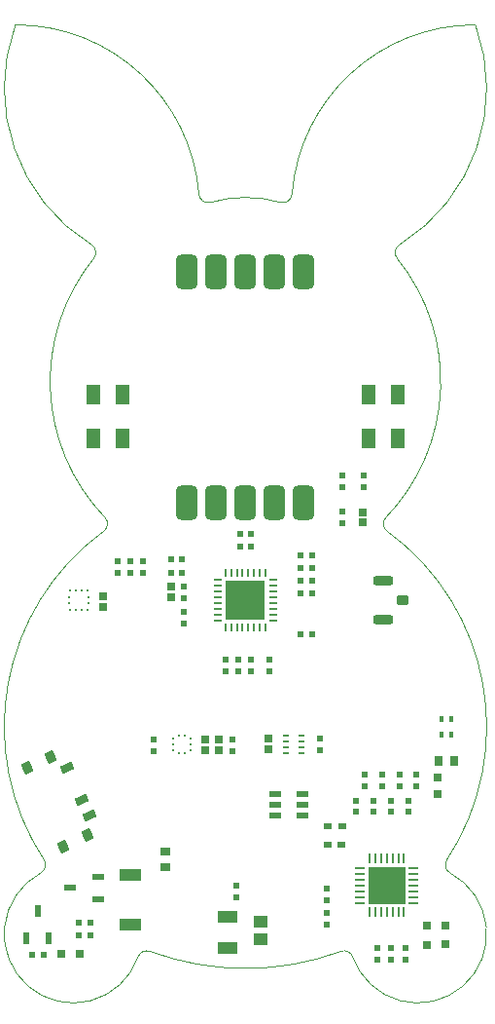
<source format=gtp>
G04*
G04 #@! TF.GenerationSoftware,Altium Limited,Altium Designer,24.2.2 (26)*
G04*
G04 Layer_Color=8421504*
%FSLAX25Y25*%
%MOIN*%
G70*
G04*
G04 #@! TF.SameCoordinates,A7374CB3-C572-496A-BD66-24450F52A8E5*
G04*
G04*
G04 #@! TF.FilePolarity,Positive*
G04*
G01*
G75*
%ADD10C,0.00394*%
G04:AMPARAMS|DCode=11|XSize=31.5mil|YSize=66.93mil|CornerRadius=7.87mil|HoleSize=0mil|Usage=FLASHONLY|Rotation=90.000|XOffset=0mil|YOffset=0mil|HoleType=Round|Shape=RoundedRectangle|*
%AMROUNDEDRECTD11*
21,1,0.03150,0.05118,0,0,90.0*
21,1,0.01575,0.06693,0,0,90.0*
1,1,0.01575,0.02559,0.00787*
1,1,0.01575,0.02559,-0.00787*
1,1,0.01575,-0.02559,-0.00787*
1,1,0.01575,-0.02559,0.00787*
%
%ADD11ROUNDEDRECTD11*%
G04:AMPARAMS|DCode=12|XSize=31.5mil|YSize=43.31mil|CornerRadius=7.87mil|HoleSize=0mil|Usage=FLASHONLY|Rotation=270.000|XOffset=0mil|YOffset=0mil|HoleType=Round|Shape=RoundedRectangle|*
%AMROUNDEDRECTD12*
21,1,0.03150,0.02756,0,0,270.0*
21,1,0.01575,0.04331,0,0,270.0*
1,1,0.01575,-0.01378,-0.00787*
1,1,0.01575,-0.01378,0.00787*
1,1,0.01575,0.01378,0.00787*
1,1,0.01575,0.01378,-0.00787*
%
%ADD12ROUNDEDRECTD12*%
%ADD13R,0.02362X0.02362*%
%ADD14R,0.02362X0.03937*%
%ADD15R,0.04331X0.02362*%
%ADD16R,0.02362X0.02362*%
%ADD17R,0.01083X0.00984*%
%ADD18R,0.00984X0.01083*%
%ADD19R,0.02520X0.02520*%
%ADD20R,0.03150X0.02362*%
%ADD21R,0.03937X0.02362*%
%ADD22R,0.07677X0.04331*%
G04:AMPARAMS|DCode=23|XSize=27.56mil|YSize=43.31mil|CornerRadius=0mil|HoleSize=0mil|Usage=FLASHONLY|Rotation=115.000|XOffset=0mil|YOffset=0mil|HoleType=Round|Shape=Rectangle|*
%AMROTATEDRECTD23*
4,1,4,0.02545,-0.00334,-0.01380,-0.02164,-0.02545,0.00334,0.01380,0.02164,0.02545,-0.00334,0.0*
%
%ADD23ROTATEDRECTD23*%

G04:AMPARAMS|DCode=24|XSize=39.37mil|YSize=31.5mil|CornerRadius=0mil|HoleSize=0mil|Usage=FLASHONLY|Rotation=115.000|XOffset=0mil|YOffset=0mil|HoleType=Round|Shape=Rectangle|*
%AMROTATEDRECTD24*
4,1,4,0.02259,-0.01119,-0.00595,-0.02450,-0.02259,0.01119,0.00595,0.02450,0.02259,-0.01119,0.0*
%
%ADD24ROTATEDRECTD24*%

%ADD25R,0.03543X0.03150*%
%ADD26R,0.05118X0.03937*%
%ADD27R,0.06693X0.04331*%
%ADD28R,0.03150X0.03150*%
%ADD29R,0.13583X0.13583*%
%ADD30R,0.12795X0.12795*%
%ADD31O,0.00984X0.03937*%
%ADD32O,0.03937X0.00984*%
%ADD33R,0.05000X0.07008*%
%ADD34R,0.03150X0.03543*%
%ADD35R,0.02756X0.02953*%
%ADD36R,0.01181X0.01968*%
%ADD37R,0.02362X0.00984*%
%ADD38R,0.01083X0.00984*%
%ADD39R,0.00984X0.01083*%
G04:AMPARAMS|DCode=40|XSize=74.8mil|YSize=118.11mil|CornerRadius=18.7mil|HoleSize=0mil|Usage=FLASHONLY|Rotation=0.000|XOffset=0mil|YOffset=0mil|HoleType=Round|Shape=RoundedRectangle|*
%AMROUNDEDRECTD40*
21,1,0.07480,0.08071,0,0,0.0*
21,1,0.03740,0.11811,0,0,0.0*
1,1,0.03740,0.01870,-0.04035*
1,1,0.03740,-0.01870,-0.04035*
1,1,0.03740,-0.01870,0.04035*
1,1,0.03740,0.01870,0.04035*
%
%ADD40ROUNDEDRECTD40*%
%ADD41R,0.00984X0.02756*%
%ADD42R,0.02756X0.00984*%
%ADD43R,0.03150X0.03150*%
D10*
X323529Y422418D02*
G03*
X324677Y426931I-1482J2779D01*
G01*
X345122Y539341D02*
G03*
X345538Y544077I-1851J2549D01*
G01*
X341703Y632690D02*
G03*
X345538Y544077I51998J-42139D01*
G01*
X345122Y539341D02*
G03*
X324677Y426931I48579J-66900D01*
G01*
X323529Y422418D02*
G03*
X356918Y393705I11116J-20843D01*
G01*
X441863Y544077D02*
G03*
X442279Y539341I2266J-2187D01*
G01*
X441863Y544077D02*
G03*
X445699Y632690I-48163J46474D01*
G01*
X462720Y426934D02*
G03*
X463873Y422411I2634J-1737D01*
G01*
X430485Y393705D02*
G03*
X463873Y422418I22273J7870D01*
G01*
X462725Y426931D02*
G03*
X442279Y539341I-69024J45510D01*
G01*
X393701Y389764D02*
G03*
X426423Y395611I0J94488D01*
G01*
X430483Y393705D02*
G03*
X426423Y395611I-2970J-1049D01*
G01*
X405642Y651864D02*
G03*
X393701Y653543I-11941J-41628D01*
G01*
X472540Y712599D02*
G03*
X409650Y654640I-99J-62992D01*
G01*
X405642Y651864D02*
G03*
X409650Y654640I868J3028D01*
G01*
X446490Y637353D02*
G03*
X472540Y712596I-33105J53592D01*
G01*
X446490Y637353D02*
G03*
X445699Y632690I1655J-2680D01*
G01*
X341703D02*
G03*
X340911Y637353I-2447J1983D01*
G01*
X314861Y712596D02*
G03*
X340911Y637353I59154J-21651D01*
G01*
X377751Y654640D02*
G03*
X381759Y651864I3140J252D01*
G01*
X377751Y654640D02*
G03*
X314861Y712599I-62791J-5033D01*
G01*
X393701Y653543D02*
G03*
X381759Y651864I0J-43307D01*
G01*
X360979Y395611D02*
G03*
X356918Y393705I-1091J-2955D01*
G01*
X360979Y395611D02*
G03*
X393701Y389764I32722J88641D01*
G01*
D11*
X440945Y509055D02*
D03*
Y522441D02*
D03*
D12*
X447441Y515748D02*
D03*
D13*
X320472Y394488D02*
D03*
X324409D02*
D03*
X372047Y525197D02*
D03*
X368110D02*
D03*
X372047Y529921D02*
D03*
X368110D02*
D03*
X391732Y534252D02*
D03*
X395669Y534252D02*
D03*
X391732Y538583D02*
D03*
X395669D02*
D03*
X412598Y526772D02*
D03*
X416535D02*
D03*
X412598Y503937D02*
D03*
X416535D02*
D03*
X336614Y405512D02*
D03*
X340551D02*
D03*
X336614Y401181D02*
D03*
X340551D02*
D03*
X412598Y518110D02*
D03*
X416535D02*
D03*
X412598Y522441D02*
D03*
X416535D02*
D03*
X412598Y531102D02*
D03*
X416535D02*
D03*
D14*
X318701Y400000D02*
D03*
X326181D02*
D03*
X322441Y409449D02*
D03*
D15*
X413386Y449409D02*
D03*
Y445669D02*
D03*
Y441929D02*
D03*
X403937D02*
D03*
Y445669D02*
D03*
Y449409D02*
D03*
D16*
X387008Y495276D02*
D03*
Y491339D02*
D03*
X434252Y558268D02*
D03*
Y554331D02*
D03*
X391339Y491339D02*
D03*
Y495276D02*
D03*
X358661Y529134D02*
D03*
Y525197D02*
D03*
X372441Y507874D02*
D03*
Y511811D02*
D03*
X395669Y495276D02*
D03*
X395669Y491339D02*
D03*
X437598Y447244D02*
D03*
Y443307D02*
D03*
X390551Y414173D02*
D03*
Y418110D02*
D03*
X372477Y520462D02*
D03*
Y516525D02*
D03*
X448425Y392913D02*
D03*
Y396850D02*
D03*
X443701Y392913D02*
D03*
Y396850D02*
D03*
X438976Y396850D02*
D03*
Y392913D02*
D03*
X421654Y412992D02*
D03*
Y416929D02*
D03*
Y408661D02*
D03*
Y404724D02*
D03*
X401968Y491339D02*
D03*
Y495276D02*
D03*
X389370Y468110D02*
D03*
Y464173D02*
D03*
X426772Y554331D02*
D03*
Y558268D02*
D03*
Y546063D02*
D03*
Y542126D02*
D03*
X419261Y468462D02*
D03*
Y464525D02*
D03*
X362205Y464173D02*
D03*
Y468110D02*
D03*
X350000Y529134D02*
D03*
Y525197D02*
D03*
X354331Y529134D02*
D03*
Y525197D02*
D03*
X431693Y447244D02*
D03*
Y443307D02*
D03*
X434646Y456102D02*
D03*
Y452165D02*
D03*
X440551Y456102D02*
D03*
Y452165D02*
D03*
X443504Y447244D02*
D03*
Y443307D02*
D03*
X446457Y456102D02*
D03*
Y452165D02*
D03*
X449409Y443307D02*
D03*
Y447244D02*
D03*
X452362Y456102D02*
D03*
Y452165D02*
D03*
D17*
X339934Y514764D02*
D03*
Y516732D02*
D03*
X333295Y514764D02*
D03*
Y516732D02*
D03*
D18*
X339567Y519065D02*
D03*
X333661D02*
D03*
X335630D02*
D03*
X337598D02*
D03*
X339567Y512431D02*
D03*
X333661D02*
D03*
X335630D02*
D03*
X337598D02*
D03*
D19*
X433858Y545905D02*
D03*
Y542283D02*
D03*
X344882Y517165D02*
D03*
Y513543D02*
D03*
X368110Y520315D02*
D03*
Y516693D02*
D03*
X401575Y464724D02*
D03*
Y468347D02*
D03*
X379929Y464322D02*
D03*
Y467944D02*
D03*
X384629Y464322D02*
D03*
Y467944D02*
D03*
D20*
X421850Y432087D02*
D03*
X426575D02*
D03*
X426772Y438583D02*
D03*
X422047D02*
D03*
D21*
X333661Y417323D02*
D03*
X343110Y421063D02*
D03*
Y413583D02*
D03*
D22*
X354331Y421850D02*
D03*
Y404921D02*
D03*
D23*
X340192Y442233D02*
D03*
X337696Y447585D02*
D03*
X332705Y458290D02*
D03*
D24*
X326998Y462144D02*
D03*
X318791Y458318D02*
D03*
X339477Y435383D02*
D03*
X331270Y431556D02*
D03*
D25*
X366142Y424409D02*
D03*
Y429921D02*
D03*
D26*
X398819Y399606D02*
D03*
Y405905D02*
D03*
D27*
X387402Y407283D02*
D03*
Y396654D02*
D03*
D28*
X330413Y394685D02*
D03*
X336909D02*
D03*
D29*
X393701Y515748D02*
D03*
D30*
X442126Y418110D02*
D03*
D31*
X436221Y427264D02*
D03*
X438189D02*
D03*
X440158D02*
D03*
X442126D02*
D03*
X444095D02*
D03*
X446063D02*
D03*
X448032D02*
D03*
Y408957D02*
D03*
X446063D02*
D03*
X444095D02*
D03*
X442126D02*
D03*
X440158D02*
D03*
X438189D02*
D03*
X436221D02*
D03*
D32*
X451279Y424016D02*
D03*
Y422047D02*
D03*
Y420079D02*
D03*
Y418110D02*
D03*
Y416142D02*
D03*
Y414173D02*
D03*
Y412205D02*
D03*
X432972D02*
D03*
Y414173D02*
D03*
Y416142D02*
D03*
Y418110D02*
D03*
Y420079D02*
D03*
Y422047D02*
D03*
Y424016D02*
D03*
D33*
X435945Y586240D02*
D03*
X445945D02*
D03*
Y571240D02*
D03*
X435945D02*
D03*
X341457Y586240D02*
D03*
X351457D02*
D03*
Y571240D02*
D03*
X341457D02*
D03*
D34*
X465354Y460630D02*
D03*
X459842D02*
D03*
D35*
X459449Y455217D02*
D03*
Y449508D02*
D03*
D36*
X464172Y475149D02*
D03*
Y469637D02*
D03*
X461022D02*
D03*
Y475149D02*
D03*
D37*
X407480Y469488D02*
D03*
Y467520D02*
D03*
Y465551D02*
D03*
Y463583D02*
D03*
X412992Y469488D02*
D03*
Y467520D02*
D03*
Y465551D02*
D03*
Y463583D02*
D03*
D38*
X374803Y464567D02*
D03*
Y466536D02*
D03*
Y468504D02*
D03*
X368795Y464567D02*
D03*
Y466536D02*
D03*
X368797Y468504D02*
D03*
D39*
X372783Y463531D02*
D03*
X370815D02*
D03*
Y469537D02*
D03*
X372783D02*
D03*
D40*
X383701Y627953D02*
D03*
X393701D02*
D03*
X373701D02*
D03*
X403701D02*
D03*
X413701D02*
D03*
X403701Y549213D02*
D03*
X393701D02*
D03*
X413701D02*
D03*
X383701D02*
D03*
X373701D02*
D03*
D41*
X386811Y525197D02*
D03*
X388779D02*
D03*
X390748D02*
D03*
X392717D02*
D03*
X394685D02*
D03*
X396654D02*
D03*
X398622D02*
D03*
X400591D02*
D03*
Y506299D02*
D03*
X398622D02*
D03*
X396654D02*
D03*
X394685D02*
D03*
X392717D02*
D03*
X390748D02*
D03*
X388779D02*
D03*
X386811D02*
D03*
D42*
X403150Y522638D02*
D03*
Y520669D02*
D03*
Y518701D02*
D03*
Y516732D02*
D03*
Y514764D02*
D03*
Y512795D02*
D03*
Y510827D02*
D03*
Y508858D02*
D03*
X384252D02*
D03*
Y510827D02*
D03*
Y512795D02*
D03*
Y514764D02*
D03*
Y516732D02*
D03*
Y518701D02*
D03*
Y520669D02*
D03*
Y522638D02*
D03*
D43*
X455904Y404405D02*
D03*
Y397909D02*
D03*
X462205Y404429D02*
D03*
X462205Y397933D02*
D03*
M02*

</source>
